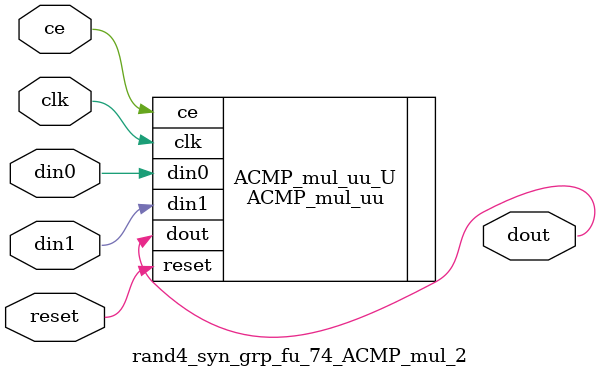
<source format=v>

`timescale 1 ns / 1 ps
module rand4_syn_grp_fu_74_ACMP_mul_2(
    clk,
    reset,
    ce,
    din0,
    din1,
    dout);

parameter ID = 32'd1;
parameter NUM_STAGE = 32'd1;
parameter din0_WIDTH = 32'd1;
parameter din1_WIDTH = 32'd1;
parameter dout_WIDTH = 32'd1;
input clk;
input reset;
input ce;
input[din0_WIDTH - 1:0] din0;
input[din1_WIDTH - 1:0] din1;
output[dout_WIDTH - 1:0] dout;



ACMP_mul_uu #(
.ID( ID ),
.NUM_STAGE( 2 ),
.din0_WIDTH( din0_WIDTH ),
.din1_WIDTH( din1_WIDTH ),
.dout_WIDTH( dout_WIDTH ))
ACMP_mul_uu_U(
    .clk( clk ),
    .reset( reset ),
    .ce( ce ),
    .din0( din0 ),
    .din1( din1 ),
    .dout( dout ));

endmodule

</source>
